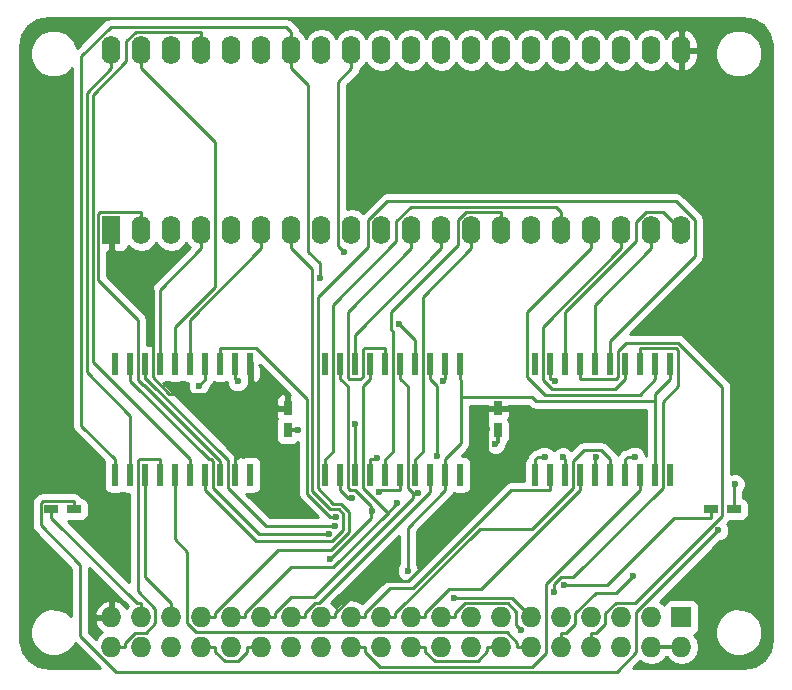
<source format=gbr>
G04 #@! TF.FileFunction,Copper,L1,Top,Signal*
%FSLAX46Y46*%
G04 Gerber Fmt 4.6, Leading zero omitted, Abs format (unit mm)*
G04 Created by KiCad (PCBNEW 4.0.7) date 03/28/18 09:23:34*
%MOMM*%
%LPD*%
G01*
G04 APERTURE LIST*
%ADD10C,0.100000*%
%ADD11R,1.727200X1.727200*%
%ADD12O,1.727200X1.727200*%
%ADD13R,1.600000X2.400000*%
%ADD14O,1.600000X2.400000*%
%ADD15R,0.750000X1.200000*%
%ADD16R,1.200000X0.750000*%
%ADD17R,0.600000X1.950000*%
%ADD18C,0.600000*%
%ADD19C,0.250000*%
%ADD20C,0.350000*%
%ADD21C,0.254000*%
G04 APERTURE END LIST*
D10*
D11*
X190818000Y-113284000D03*
D12*
X190818000Y-115824000D03*
X188278000Y-113284000D03*
X188278000Y-115824000D03*
X185738000Y-113284000D03*
X185738000Y-115824000D03*
X183198000Y-113284000D03*
X183198000Y-115824000D03*
X180658000Y-113284000D03*
X180658000Y-115824000D03*
X178118000Y-113284000D03*
X178118000Y-115824000D03*
X175578000Y-113284000D03*
X175578000Y-115824000D03*
X173038000Y-113284000D03*
X173038000Y-115824000D03*
X170498000Y-113284000D03*
X170498000Y-115824000D03*
X167958000Y-113284000D03*
X167958000Y-115824000D03*
X165418000Y-113284000D03*
X165418000Y-115824000D03*
X162878000Y-113284000D03*
X162878000Y-115824000D03*
X160338000Y-113284000D03*
X160338000Y-115824000D03*
X157798000Y-113284000D03*
X157798000Y-115824000D03*
X155258000Y-113284000D03*
X155258000Y-115824000D03*
X152718000Y-113284000D03*
X152718000Y-115824000D03*
X150178000Y-113284000D03*
X150178000Y-115824000D03*
X147638000Y-113284000D03*
X147638000Y-115824000D03*
X145098000Y-113284000D03*
X145098000Y-115824000D03*
X142558000Y-113284000D03*
X142558000Y-115824000D03*
D13*
X142558000Y-80518000D03*
D14*
X190818000Y-65278000D03*
X145098000Y-80518000D03*
X188278000Y-65278000D03*
X147638000Y-80518000D03*
X185738000Y-65278000D03*
X150178000Y-80518000D03*
X183198000Y-65278000D03*
X152718000Y-80518000D03*
X180658000Y-65278000D03*
X155258000Y-80518000D03*
X178118000Y-65278000D03*
X157798000Y-80518000D03*
X175578000Y-65278000D03*
X160338000Y-80518000D03*
X173038000Y-65278000D03*
X162878000Y-80518000D03*
X170498000Y-65278000D03*
X165418000Y-80518000D03*
X167958000Y-65278000D03*
X167958000Y-80518000D03*
X165418000Y-65278000D03*
X170498000Y-80518000D03*
X162878000Y-65278000D03*
X173038000Y-80518000D03*
X160338000Y-65278000D03*
X175578000Y-80518000D03*
X157798000Y-65278000D03*
X178118000Y-80518000D03*
X155258000Y-65278000D03*
X180658000Y-80518000D03*
X152718000Y-65278000D03*
X183198000Y-80518000D03*
X150178000Y-65278000D03*
X185738000Y-80518000D03*
X147638000Y-65278000D03*
X188278000Y-80518000D03*
X145098000Y-65278000D03*
X190818000Y-80518000D03*
X142558000Y-65278000D03*
D15*
X157480000Y-97470000D03*
X157480000Y-95570000D03*
X175260000Y-97470000D03*
X175260000Y-95570000D03*
D16*
X137480000Y-104140000D03*
X139380000Y-104140000D03*
X193360000Y-104140000D03*
X195260000Y-104140000D03*
D17*
X189865000Y-91820000D03*
X188595000Y-91820000D03*
X187325000Y-91820000D03*
X186055000Y-91820000D03*
X184785000Y-91820000D03*
X183515000Y-91820000D03*
X182245000Y-91820000D03*
X180975000Y-91820000D03*
X179705000Y-91820000D03*
X178435000Y-91820000D03*
X178435000Y-101220000D03*
X179705000Y-101220000D03*
X180975000Y-101220000D03*
X182245000Y-101220000D03*
X183515000Y-101220000D03*
X184785000Y-101220000D03*
X186055000Y-101220000D03*
X187325000Y-101220000D03*
X188595000Y-101220000D03*
X189865000Y-101220000D03*
X154305000Y-91820000D03*
X153035000Y-91820000D03*
X151765000Y-91820000D03*
X150495000Y-91820000D03*
X149225000Y-91820000D03*
X147955000Y-91820000D03*
X146685000Y-91820000D03*
X145415000Y-91820000D03*
X144145000Y-91820000D03*
X142875000Y-91820000D03*
X142875000Y-101220000D03*
X144145000Y-101220000D03*
X145415000Y-101220000D03*
X146685000Y-101220000D03*
X147955000Y-101220000D03*
X149225000Y-101220000D03*
X150495000Y-101220000D03*
X151765000Y-101220000D03*
X153035000Y-101220000D03*
X154305000Y-101220000D03*
X172085000Y-91820000D03*
X170815000Y-91820000D03*
X169545000Y-91820000D03*
X168275000Y-91820000D03*
X167005000Y-91820000D03*
X165735000Y-91820000D03*
X164465000Y-91820000D03*
X163195000Y-91820000D03*
X161925000Y-91820000D03*
X160655000Y-91820000D03*
X160655000Y-101220000D03*
X161925000Y-101220000D03*
X163195000Y-101220000D03*
X164465000Y-101220000D03*
X165735000Y-101220000D03*
X167005000Y-101220000D03*
X168275000Y-101220000D03*
X169545000Y-101220000D03*
X170815000Y-101220000D03*
X172085000Y-101220000D03*
D18*
X171330500Y-106456400D03*
X174383900Y-97346200D03*
X153241200Y-93309000D03*
X149938800Y-93665500D03*
X161472300Y-105585000D03*
X171597800Y-111643300D03*
X160205900Y-84525200D03*
X160976200Y-106220900D03*
X161581400Y-104784600D03*
X175072100Y-98594800D03*
X158372400Y-97470000D03*
X162212900Y-82356100D03*
X161060200Y-108365900D03*
X164604800Y-104266700D03*
X166742900Y-103638700D03*
X168510700Y-102776500D03*
X170139300Y-99607200D03*
X162922400Y-103173900D03*
X165082200Y-99837800D03*
X165179300Y-102710300D03*
X163181200Y-96911600D03*
X166895000Y-88471400D03*
X170610600Y-93299900D03*
X167644400Y-109346500D03*
X186863400Y-99700200D03*
X183559000Y-99737100D03*
X180774300Y-99719000D03*
X179243400Y-99704700D03*
X180094200Y-93324100D03*
X186683300Y-109802900D03*
X180909200Y-110541600D03*
X180056200Y-111116400D03*
X193938000Y-105932800D03*
X195356300Y-101998500D03*
X177262900Y-114364300D03*
D19*
X174389100Y-116184200D02*
X174389100Y-115824000D01*
X173560400Y-117012900D02*
X174389100Y-116184200D01*
X169960400Y-117012900D02*
X173560400Y-117012900D01*
X169146900Y-116199400D02*
X169960400Y-117012900D01*
X169146900Y-115824000D02*
X169146900Y-116199400D01*
X167958000Y-115824000D02*
X169146900Y-115824000D01*
X175578000Y-115824000D02*
X174389100Y-115824000D01*
X175260000Y-95570000D02*
X174559700Y-95570000D01*
X160338000Y-113284000D02*
X161526900Y-113284000D01*
X151366900Y-116195600D02*
X151366900Y-115824000D01*
X152184200Y-117012900D02*
X151366900Y-116195600D01*
X153251700Y-117012900D02*
X152184200Y-117012900D01*
X154069100Y-116195500D02*
X153251700Y-117012900D01*
X154069100Y-115824000D02*
X154069100Y-116195500D01*
X155258000Y-115824000D02*
X154069100Y-115824000D01*
X150178000Y-115824000D02*
X151366900Y-115824000D01*
X157480000Y-95570000D02*
X156779700Y-95570000D01*
X154305000Y-91820000D02*
X154305000Y-93120300D01*
X153035000Y-99314700D02*
X156779700Y-95570000D01*
X153035000Y-101220000D02*
X153035000Y-99314700D01*
X142558000Y-80518000D02*
X142558000Y-82043300D01*
X146059600Y-85544900D02*
X142558000Y-82043300D01*
X146059600Y-92944300D02*
X146059600Y-85544900D01*
X147455700Y-94340400D02*
X146059600Y-92944300D01*
X154305000Y-94340400D02*
X147455700Y-94340400D01*
X154305000Y-93120300D02*
X154305000Y-94340400D01*
X155534600Y-95570000D02*
X156779700Y-95570000D01*
X154305000Y-94340400D02*
X155534600Y-95570000D01*
X174383900Y-103403000D02*
X174383900Y-97346200D01*
X171330500Y-106456400D02*
X174383900Y-103403000D01*
X174383900Y-95745800D02*
X174559700Y-95570000D01*
X174383900Y-97346200D02*
X174383900Y-95745800D01*
X171330500Y-106578700D02*
X171330500Y-106456400D01*
X167710200Y-110199000D02*
X171330500Y-106578700D01*
X164240200Y-110199000D02*
X167710200Y-110199000D01*
X161526900Y-112912300D02*
X164240200Y-110199000D01*
X161526900Y-113284000D02*
X161526900Y-112912300D01*
X153035000Y-91820000D02*
X153035000Y-93120300D01*
X153052500Y-93120300D02*
X153241200Y-93309000D01*
X153035000Y-93120300D02*
X153052500Y-93120300D01*
X150484000Y-93120300D02*
X149938800Y-93665500D01*
X150495000Y-93120300D02*
X150484000Y-93120300D01*
X150495000Y-91820000D02*
X150495000Y-93120300D01*
X151335400Y-73040700D02*
X145098000Y-66803300D01*
X151335400Y-85329000D02*
X151335400Y-73040700D01*
X147955000Y-88709400D02*
X151335400Y-85329000D01*
X147955000Y-91820000D02*
X147955000Y-88709400D01*
X145098000Y-65278000D02*
X145098000Y-66803300D01*
X176477300Y-111643300D02*
X178118000Y-113284000D01*
X171597800Y-111643300D02*
X176477300Y-111643300D01*
X145415000Y-91820000D02*
X145415000Y-93120300D01*
X155649000Y-105585000D02*
X161472300Y-105585000D01*
X152390400Y-102326400D02*
X155649000Y-105585000D01*
X152390400Y-99982900D02*
X152390400Y-102326400D01*
X145527800Y-93120300D02*
X152390400Y-99982900D01*
X145415000Y-93120300D02*
X145527800Y-93120300D01*
X150495000Y-101220000D02*
X150495000Y-102520300D01*
X157798000Y-80518000D02*
X157798000Y-82043300D01*
X154822500Y-106847800D02*
X150495000Y-102520300D01*
X161233900Y-106847800D02*
X154822500Y-106847800D01*
X162206700Y-105875000D02*
X161233900Y-106847800D01*
X162206700Y-104525500D02*
X162206700Y-105875000D01*
X161840500Y-104159300D02*
X162206700Y-104525500D01*
X161098400Y-104159300D02*
X161840500Y-104159300D01*
X159564600Y-102625500D02*
X161098400Y-104159300D01*
X159564600Y-83809900D02*
X159564600Y-102625500D01*
X157798000Y-82043300D02*
X159564600Y-83809900D01*
X176929100Y-115426000D02*
X176929100Y-115824000D01*
X176057100Y-114554000D02*
X176929100Y-115426000D01*
X149736000Y-114554000D02*
X176057100Y-114554000D01*
X148989000Y-113807000D02*
X149736000Y-114554000D01*
X148989000Y-107724000D02*
X148989000Y-113807000D01*
X147955000Y-106690000D02*
X148989000Y-107724000D01*
X147955000Y-101220000D02*
X147955000Y-106690000D01*
X178118000Y-115824000D02*
X176929100Y-115824000D01*
X147638000Y-113284000D02*
X147638000Y-112095100D01*
X145415000Y-109872100D02*
X145415000Y-101220000D01*
X147638000Y-112095100D02*
X145415000Y-109872100D01*
X159212700Y-68218000D02*
X157798000Y-66803300D01*
X159212700Y-82328000D02*
X159212700Y-68218000D01*
X160205900Y-83321200D02*
X159212700Y-82328000D01*
X160205900Y-84525200D02*
X160205900Y-83321200D01*
X157798000Y-65278000D02*
X157798000Y-66803300D01*
X157341900Y-63296600D02*
X157798000Y-63752700D01*
X142497900Y-63296600D02*
X157341900Y-63296600D01*
X140014400Y-65780100D02*
X142497900Y-63296600D01*
X140014400Y-97059100D02*
X140014400Y-65780100D01*
X142875000Y-99919700D02*
X140014400Y-97059100D01*
X142875000Y-101220000D02*
X142875000Y-99919700D01*
X157798000Y-65278000D02*
X157798000Y-63752700D01*
X144145000Y-91820000D02*
X144145000Y-93120300D01*
X144145000Y-93252200D02*
X144145000Y-93120300D01*
X150779600Y-99886800D02*
X144145000Y-93252200D01*
X150950100Y-99886800D02*
X150779600Y-99886800D01*
X151120400Y-100057100D02*
X150950100Y-99886800D01*
X151120400Y-102312600D02*
X151120400Y-100057100D01*
X155028700Y-106220900D02*
X151120400Y-102312600D01*
X160976200Y-106220900D02*
X155028700Y-106220900D01*
X146685000Y-85536300D02*
X150178000Y-82043300D01*
X146685000Y-91820000D02*
X146685000Y-85536300D01*
X150178000Y-80518000D02*
X150178000Y-82043300D01*
X149225000Y-88076300D02*
X155258000Y-82043300D01*
X149225000Y-91820000D02*
X149225000Y-88076300D01*
X155258000Y-80518000D02*
X155258000Y-82043300D01*
X151765000Y-91820000D02*
X151765000Y-90519700D01*
X154786200Y-90519700D02*
X151765000Y-90519700D01*
X159109500Y-94843000D02*
X154786200Y-90519700D01*
X159109500Y-102837100D02*
X159109500Y-94843000D01*
X161057000Y-104784600D02*
X159109500Y-102837100D01*
X161581400Y-104784600D02*
X161057000Y-104784600D01*
X142558000Y-65278000D02*
X142558000Y-66803300D01*
X140464800Y-68896500D02*
X142558000Y-66803300D01*
X140464800Y-92527100D02*
X140464800Y-68896500D01*
X144145000Y-96207300D02*
X140464800Y-92527100D01*
X144145000Y-101220000D02*
X144145000Y-96207300D01*
X143746900Y-115452400D02*
X143746900Y-115824000D01*
X144564200Y-114635100D02*
X143746900Y-115452400D01*
X145450200Y-114635100D02*
X144564200Y-114635100D01*
X146287000Y-113798300D02*
X145450200Y-114635100D01*
X146287000Y-112545600D02*
X146287000Y-113798300D01*
X144789600Y-111048200D02*
X146287000Y-112545600D01*
X144789600Y-100054900D02*
X144789600Y-111048200D01*
X144924800Y-99919700D02*
X144789600Y-100054900D01*
X146685000Y-99919700D02*
X144924800Y-99919700D01*
X146685000Y-101220000D02*
X146685000Y-99919700D01*
X142558000Y-115824000D02*
X143746900Y-115824000D01*
X149225000Y-101220000D02*
X149225000Y-99919700D01*
X150178000Y-65278000D02*
X150178000Y-63752700D01*
X144599200Y-63752700D02*
X150178000Y-63752700D01*
X143828000Y-64523900D02*
X144599200Y-63752700D01*
X143828000Y-66208200D02*
X143828000Y-64523900D01*
X140965900Y-69070300D02*
X143828000Y-66208200D01*
X140965900Y-91660600D02*
X140965900Y-69070300D01*
X149225000Y-99919700D02*
X140965900Y-91660600D01*
X145098000Y-80518000D02*
X145098000Y-78992700D01*
X141586300Y-78992700D02*
X145098000Y-78992700D01*
X141432600Y-79146400D02*
X141586300Y-78992700D01*
X141432600Y-84719600D02*
X141432600Y-79146400D01*
X144789600Y-88076600D02*
X141432600Y-84719600D01*
X144789600Y-93174700D02*
X144789600Y-88076600D01*
X145211000Y-93596100D02*
X144789600Y-93174700D01*
X145338800Y-93596100D02*
X145211000Y-93596100D01*
X151765000Y-100022300D02*
X145338800Y-93596100D01*
X151765000Y-101220000D02*
X151765000Y-100022300D01*
D20*
X188278000Y-115824000D02*
X190818000Y-115824000D01*
X175221600Y-98445300D02*
X175072100Y-98594800D01*
X175260000Y-98445300D02*
X175221600Y-98445300D01*
X175260000Y-97470000D02*
X175260000Y-98445300D01*
X157480000Y-97470000D02*
X158230300Y-97470000D01*
X158230300Y-97470000D02*
X158372400Y-97470000D01*
D19*
X162878000Y-65278000D02*
X162878000Y-66803300D01*
X161744600Y-81887800D02*
X162212900Y-82356100D01*
X161744600Y-67936700D02*
X161744600Y-81887800D01*
X162878000Y-66803300D02*
X161744600Y-67936700D01*
X161925000Y-91820000D02*
X161925000Y-93120300D01*
X164537400Y-104266700D02*
X164604800Y-104266700D01*
X164537400Y-103904500D02*
X164537400Y-104266700D01*
X163181500Y-102548600D02*
X164537400Y-103904500D01*
X162734000Y-102548600D02*
X163181500Y-102548600D01*
X162550300Y-102364900D02*
X162734000Y-102548600D01*
X162550300Y-93745600D02*
X162550300Y-102364900D01*
X161925000Y-93120300D02*
X162550300Y-93745600D01*
X164537400Y-104888700D02*
X161060200Y-108365900D01*
X164537400Y-104266700D02*
X164537400Y-104888700D01*
X164465000Y-91820000D02*
X164465000Y-93120300D01*
X152718000Y-113284000D02*
X153906900Y-113284000D01*
X163839700Y-93745600D02*
X164465000Y-93120300D01*
X163839700Y-102337800D02*
X163839700Y-93745600D01*
X165938600Y-104436600D02*
X163839700Y-102337800D01*
X166516200Y-103859000D02*
X165938600Y-104436600D01*
X166522600Y-103859000D02*
X166516200Y-103859000D01*
X166742900Y-103638700D02*
X166522600Y-103859000D01*
X153906900Y-112912400D02*
X153906900Y-113284000D01*
X157774000Y-109045300D02*
X153906900Y-112912400D01*
X161329900Y-109045300D02*
X157774000Y-109045300D01*
X165938600Y-104436600D02*
X161329900Y-109045300D01*
X167005000Y-91820000D02*
X167005000Y-93120300D01*
X155258000Y-113284000D02*
X156446900Y-113284000D01*
X156446900Y-112912500D02*
X156446900Y-113284000D01*
X157765300Y-111594100D02*
X156446900Y-112912500D01*
X159672100Y-111594100D02*
X157765300Y-111594100D01*
X168096400Y-103169800D02*
X159672100Y-111594100D01*
X168096400Y-102776500D02*
X168096400Y-103169800D01*
X167630300Y-102310400D02*
X168096400Y-102776500D01*
X167630300Y-93745600D02*
X167630300Y-102310400D01*
X167005000Y-93120300D02*
X167630300Y-93745600D01*
X168096400Y-102776500D02*
X168510700Y-102776500D01*
X169545000Y-91820000D02*
X169545000Y-93120300D01*
X170139300Y-93714600D02*
X170139300Y-99607200D01*
X169545000Y-93120300D02*
X170139300Y-93714600D01*
X162578600Y-103173900D02*
X162922400Y-103173900D01*
X161925000Y-102520300D02*
X162578600Y-103173900D01*
X161925000Y-101220000D02*
X161925000Y-102520300D01*
X164465000Y-101220000D02*
X164465000Y-99919700D01*
X165000300Y-99919700D02*
X165082200Y-99837800D01*
X164465000Y-99919700D02*
X165000300Y-99919700D01*
X167005000Y-101220000D02*
X167005000Y-102520300D01*
X165369300Y-102520300D02*
X165179300Y-102710300D01*
X167005000Y-102520300D02*
X165369300Y-102520300D01*
X158986900Y-112924500D02*
X158986900Y-113284000D01*
X159816300Y-112095100D02*
X158986900Y-112924500D01*
X160092900Y-112095100D02*
X159816300Y-112095100D01*
X169545000Y-102643000D02*
X160092900Y-112095100D01*
X169545000Y-101220000D02*
X169545000Y-102643000D01*
X157798000Y-113284000D02*
X158986900Y-113284000D01*
X180178500Y-78513200D02*
X180658000Y-78992700D01*
X167950300Y-78513200D02*
X180178500Y-78513200D01*
X166688000Y-79775500D02*
X167950300Y-78513200D01*
X166688000Y-81448200D02*
X166688000Y-79775500D01*
X161280300Y-86855900D02*
X166688000Y-81448200D01*
X161280300Y-99294400D02*
X161280300Y-86855900D01*
X160655000Y-99919700D02*
X161280300Y-99294400D01*
X160655000Y-101220000D02*
X160655000Y-99919700D01*
X180658000Y-80518000D02*
X180658000Y-78992700D01*
X163181200Y-99905900D02*
X163181200Y-96911600D01*
X163195000Y-99919700D02*
X163181200Y-99905900D01*
X163195000Y-101220000D02*
X163195000Y-99919700D01*
X165735000Y-101220000D02*
X165735000Y-99919700D01*
X175578000Y-80518000D02*
X175578000Y-78992700D01*
X166360300Y-99294400D02*
X165735000Y-99919700D01*
X166360300Y-89077700D02*
X166360300Y-99294400D01*
X166269700Y-88987100D02*
X166360300Y-89077700D01*
X166269700Y-87441000D02*
X166269700Y-88987100D01*
X171908200Y-81802500D02*
X166269700Y-87441000D01*
X171908200Y-79650900D02*
X171908200Y-81802500D01*
X172566400Y-78992700D02*
X171908200Y-79650900D01*
X175578000Y-78992700D02*
X172566400Y-78992700D01*
X168900300Y-86181000D02*
X173038000Y-82043300D01*
X168900300Y-99294400D02*
X168900300Y-86181000D01*
X168275000Y-99919700D02*
X168900300Y-99294400D01*
X168275000Y-101220000D02*
X168275000Y-99919700D01*
X173038000Y-80518000D02*
X173038000Y-82043300D01*
X170498000Y-80518000D02*
X170498000Y-82043300D01*
X163195000Y-89346300D02*
X170498000Y-82043300D01*
X163195000Y-91820000D02*
X163195000Y-89346300D01*
X162569600Y-87431700D02*
X167958000Y-82043300D01*
X162569600Y-92994000D02*
X162569600Y-87431700D01*
X162703600Y-93128000D02*
X162569600Y-92994000D01*
X163641600Y-93128000D02*
X162703600Y-93128000D01*
X163820400Y-92949200D02*
X163641600Y-93128000D01*
X163820400Y-90651400D02*
X163820400Y-92949200D01*
X163952100Y-90519700D02*
X163820400Y-90651400D01*
X165735000Y-90519700D02*
X163952100Y-90519700D01*
X165735000Y-91820000D02*
X165735000Y-90519700D01*
X167958000Y-80518000D02*
X167958000Y-82043300D01*
X168275000Y-91820000D02*
X168275000Y-90519700D01*
X168275000Y-89851400D02*
X166895000Y-88471400D01*
X168275000Y-90519700D02*
X168275000Y-89851400D01*
X170815000Y-91820000D02*
X170815000Y-93120300D01*
X170635400Y-93299900D02*
X170610600Y-93299900D01*
X170815000Y-93120300D02*
X170635400Y-93299900D01*
X188595000Y-101220000D02*
X188595000Y-99919700D01*
X189865000Y-91820000D02*
X189865000Y-93120300D01*
X172085000Y-91820000D02*
X172085000Y-93120300D01*
X172168600Y-98566100D02*
X172168600Y-94606500D01*
X170815000Y-99919700D02*
X172168600Y-98566100D01*
X172168600Y-93203900D02*
X172085000Y-93120300D01*
X172168600Y-94606500D02*
X172168600Y-93203900D01*
X178478700Y-94956900D02*
X188595000Y-94956900D01*
X178128300Y-94606500D02*
X178478700Y-94956900D01*
X172168600Y-94606500D02*
X178128300Y-94606500D01*
X188595000Y-99919700D02*
X188595000Y-94956900D01*
X188595000Y-94390300D02*
X189865000Y-93120300D01*
X188595000Y-94956900D02*
X188595000Y-94390300D01*
X170815000Y-100569800D02*
X170815000Y-99919700D01*
X170815000Y-100569800D02*
X170815000Y-101220000D01*
X167644400Y-105690900D02*
X167644400Y-109346500D01*
X170815000Y-102520300D02*
X167644400Y-105690900D01*
X170815000Y-101220000D02*
X170815000Y-102520300D01*
X186055000Y-101220000D02*
X186055000Y-99919700D01*
X186274500Y-99700200D02*
X186863400Y-99700200D01*
X186055000Y-99919700D02*
X186274500Y-99700200D01*
X183515000Y-99781100D02*
X183559000Y-99737100D01*
X183515000Y-101220000D02*
X183515000Y-99781100D01*
X180975000Y-101220000D02*
X180975000Y-99919700D01*
X180975000Y-99919700D02*
X180774300Y-99719000D01*
X178435000Y-101220000D02*
X178435000Y-99919700D01*
X178650000Y-99704700D02*
X179243400Y-99704700D01*
X178435000Y-99919700D02*
X178650000Y-99704700D01*
X177773600Y-87467700D02*
X183198000Y-82043300D01*
X177773600Y-92933600D02*
X177773600Y-87467700D01*
X179283200Y-94443200D02*
X177773600Y-92933600D01*
X187272100Y-94443200D02*
X179283200Y-94443200D01*
X188595000Y-93120300D02*
X187272100Y-94443200D01*
X188595000Y-91820000D02*
X188595000Y-93120300D01*
X183198000Y-80518000D02*
X183198000Y-82043300D01*
X186055000Y-91820000D02*
X186055000Y-93120300D01*
X185738000Y-80518000D02*
X185738000Y-82043300D01*
X179060400Y-88720900D02*
X185738000Y-82043300D01*
X179060400Y-93174900D02*
X179060400Y-88720900D01*
X179863700Y-93978200D02*
X179060400Y-93174900D01*
X185197100Y-93978200D02*
X179863700Y-93978200D01*
X186055000Y-93120300D02*
X185197100Y-93978200D01*
X183515000Y-86806300D02*
X188278000Y-82043300D01*
X183515000Y-91820000D02*
X183515000Y-86806300D01*
X188278000Y-80518000D02*
X188278000Y-82043300D01*
X189274900Y-78974900D02*
X190818000Y-80518000D01*
X187829300Y-78974900D02*
X189274900Y-78974900D01*
X187008000Y-79796200D02*
X187829300Y-78974900D01*
X187008000Y-81448200D02*
X187008000Y-79796200D01*
X180975000Y-87481200D02*
X187008000Y-81448200D01*
X180975000Y-91820000D02*
X180975000Y-87481200D01*
X182245000Y-91820000D02*
X182245000Y-93120300D01*
X183198000Y-115824000D02*
X183198000Y-114635100D01*
X183569600Y-114635100D02*
X183198000Y-114635100D01*
X184386900Y-113817800D02*
X183569600Y-114635100D01*
X184386900Y-112943500D02*
X184386900Y-113817800D01*
X185293200Y-112037200D02*
X184386900Y-112943500D01*
X186895700Y-112037200D02*
X185293200Y-112037200D01*
X193796700Y-105136200D02*
X186895700Y-112037200D01*
X193859800Y-105136200D02*
X193796700Y-105136200D01*
X194287700Y-104708300D02*
X193859800Y-105136200D01*
X194287700Y-93806100D02*
X194287700Y-104708300D01*
X190514100Y-90032500D02*
X194287700Y-93806100D01*
X186084500Y-90032500D02*
X190514100Y-90032500D01*
X185410400Y-90706600D02*
X186084500Y-90032500D01*
X185410400Y-92971900D02*
X185410400Y-90706600D01*
X185262000Y-93120300D02*
X185410400Y-92971900D01*
X182245000Y-93120300D02*
X185262000Y-93120300D01*
X181029600Y-114635100D02*
X180658000Y-114635100D01*
X181846900Y-113817800D02*
X181029600Y-114635100D01*
X181846900Y-112939000D02*
X181846900Y-113817800D01*
X183574800Y-111211100D02*
X181846900Y-112939000D01*
X185275100Y-111211100D02*
X183574800Y-111211100D01*
X186683300Y-109802900D02*
X185275100Y-111211100D01*
X180658000Y-115824000D02*
X180658000Y-114635100D01*
X179890400Y-93120300D02*
X180094200Y-93324100D01*
X179705000Y-93120300D02*
X179890400Y-93120300D01*
X179705000Y-91820000D02*
X179705000Y-93120300D01*
X193360000Y-104140000D02*
X193360000Y-104840300D01*
X184492700Y-110541600D02*
X180909200Y-110541600D01*
X190194000Y-104840300D02*
X184492700Y-110541600D01*
X193360000Y-104840300D02*
X190194000Y-104840300D01*
X169146900Y-112912500D02*
X169146900Y-113284000D01*
X171154900Y-110904500D02*
X169146900Y-112912500D01*
X173860800Y-110904500D02*
X171154900Y-110904500D01*
X182245000Y-102520300D02*
X173860800Y-110904500D01*
X182245000Y-101220000D02*
X182245000Y-102520300D01*
X167958000Y-113284000D02*
X169146900Y-113284000D01*
X184785000Y-101220000D02*
X184785000Y-99919700D01*
X165418000Y-113284000D02*
X166606900Y-113284000D01*
X183974600Y-99109300D02*
X184785000Y-99919700D01*
X182593800Y-99109300D02*
X183974600Y-99109300D01*
X181619600Y-100083500D02*
X182593800Y-99109300D01*
X181619600Y-102329800D02*
X181619600Y-100083500D01*
X178157800Y-105791600D02*
X181619600Y-102329800D01*
X173768900Y-105791600D02*
X178157800Y-105791600D01*
X166606900Y-112953600D02*
X173768900Y-105791600D01*
X166606900Y-113284000D02*
X166606900Y-112953600D01*
X179705000Y-101220000D02*
X179705000Y-102520300D01*
X162878000Y-113284000D02*
X164066900Y-113284000D01*
X176392700Y-102520300D02*
X179705000Y-102520300D01*
X168090100Y-110822900D02*
X176392700Y-102520300D01*
X166156400Y-110822900D02*
X168090100Y-110822900D01*
X164066900Y-112912400D02*
X166156400Y-110822900D01*
X164066900Y-113284000D02*
X164066900Y-112912400D01*
X164066900Y-116195500D02*
X164066900Y-115824000D01*
X165338300Y-117466900D02*
X164066900Y-116195500D01*
X178202200Y-117466900D02*
X165338300Y-117466900D01*
X179388000Y-116281100D02*
X178202200Y-117466900D01*
X179388000Y-110457300D02*
X179388000Y-116281100D01*
X187325000Y-102520300D02*
X179388000Y-110457300D01*
X187325000Y-101220000D02*
X187325000Y-102520300D01*
X162878000Y-115824000D02*
X164066900Y-115824000D01*
X187325000Y-91820000D02*
X187325000Y-90519700D01*
X190356300Y-90519700D02*
X187325000Y-90519700D01*
X190513400Y-90676800D02*
X190356300Y-90519700D01*
X190513400Y-93745700D02*
X190513400Y-90676800D01*
X189239600Y-95019500D02*
X190513400Y-93745700D01*
X189239600Y-102329700D02*
X189239600Y-95019500D01*
X181653000Y-109916300D02*
X189239600Y-102329700D01*
X180650200Y-109916300D02*
X181653000Y-109916300D01*
X180056200Y-110510300D02*
X180650200Y-109916300D01*
X180056200Y-111116400D02*
X180056200Y-110510300D01*
X150178000Y-113284000D02*
X151366900Y-113284000D01*
X151366900Y-112912500D02*
X151366900Y-113284000D01*
X156682800Y-107596600D02*
X151366900Y-112912500D01*
X161122000Y-107596600D02*
X156682800Y-107596600D01*
X162657000Y-106061600D02*
X161122000Y-107596600D01*
X162657000Y-104338900D02*
X162657000Y-106061600D01*
X162027100Y-103709000D02*
X162657000Y-104338900D01*
X161350200Y-103709000D02*
X162027100Y-103709000D01*
X160015000Y-102373800D02*
X161350200Y-103709000D01*
X160015000Y-86176300D02*
X160015000Y-102373800D01*
X164281300Y-81910000D02*
X160015000Y-86176300D01*
X164281300Y-79646500D02*
X164281300Y-81910000D01*
X165894000Y-78033800D02*
X164281300Y-79646500D01*
X190347400Y-78033800D02*
X165894000Y-78033800D01*
X191981500Y-79667900D02*
X190347400Y-78033800D01*
X191981500Y-82658600D02*
X191981500Y-79667900D01*
X184785000Y-89855100D02*
X191981500Y-82658600D01*
X184785000Y-91820000D02*
X184785000Y-89855100D01*
X144734800Y-112095100D02*
X145098000Y-112095100D01*
X137480000Y-104840300D02*
X144734800Y-112095100D01*
X137480000Y-104140000D02*
X137480000Y-104840300D01*
X145098000Y-113284000D02*
X145098000Y-112095100D01*
X139380000Y-104140000D02*
X139380000Y-103439700D01*
X187008000Y-112862800D02*
X193938000Y-105932800D01*
X187008000Y-116255200D02*
X187008000Y-112862800D01*
X185336500Y-117926700D02*
X187008000Y-116255200D01*
X142967600Y-117926700D02*
X185336500Y-117926700D01*
X139936700Y-114895800D02*
X142967600Y-117926700D01*
X139936700Y-108859000D02*
X139936700Y-114895800D01*
X136554600Y-105476900D02*
X139936700Y-108859000D01*
X136554600Y-103614700D02*
X136554600Y-105476900D01*
X136729600Y-103439700D02*
X136554600Y-103614700D01*
X139380000Y-103439700D02*
X136729600Y-103439700D01*
X195260000Y-102094800D02*
X195260000Y-104140000D01*
X195356300Y-101998500D02*
X195260000Y-102094800D01*
X171686900Y-112935600D02*
X171686900Y-113284000D01*
X172528800Y-112093700D02*
X171686900Y-112935600D01*
X176128500Y-112093700D02*
X172528800Y-112093700D01*
X176848000Y-112813200D02*
X176128500Y-112093700D01*
X176848000Y-113949400D02*
X176848000Y-112813200D01*
X177262900Y-114364300D02*
X176848000Y-113949400D01*
X170498000Y-113284000D02*
X171686900Y-113284000D01*
D21*
G36*
X196959685Y-62683408D02*
X197724218Y-63171530D01*
X198243763Y-63915077D01*
X198452968Y-64863163D01*
X198452968Y-115142289D01*
X198280822Y-116112979D01*
X197792699Y-116877514D01*
X197049153Y-117397056D01*
X196101066Y-117606262D01*
X186731740Y-117606262D01*
X187342203Y-116995799D01*
X187704511Y-117237885D01*
X188278000Y-117351959D01*
X188851489Y-117237885D01*
X189337670Y-116913029D01*
X189524111Y-116634000D01*
X189571889Y-116634000D01*
X189758330Y-116913029D01*
X190244511Y-117237885D01*
X190818000Y-117351959D01*
X191391489Y-117237885D01*
X191877670Y-116913029D01*
X192202526Y-116426848D01*
X192316600Y-115853359D01*
X192316600Y-115794641D01*
X192202526Y-115221152D01*
X192022725Y-114952060D01*
X193657652Y-114952060D01*
X193963012Y-115691086D01*
X194527940Y-116257001D01*
X195266432Y-116563650D01*
X196066060Y-116564348D01*
X196805086Y-116258988D01*
X197371001Y-115694060D01*
X197677650Y-114955568D01*
X197678348Y-114155940D01*
X197372988Y-113416914D01*
X196808060Y-112850999D01*
X196069568Y-112544350D01*
X195269940Y-112543652D01*
X194530914Y-112849012D01*
X193964999Y-113413940D01*
X193658350Y-114152432D01*
X193657652Y-114952060D01*
X192022725Y-114952060D01*
X191891426Y-114755558D01*
X191916917Y-114750762D01*
X192133041Y-114611690D01*
X192278031Y-114399490D01*
X192329040Y-114147600D01*
X192329040Y-112420400D01*
X192284762Y-112185083D01*
X192145690Y-111968959D01*
X191933490Y-111823969D01*
X191681600Y-111772960D01*
X189954400Y-111772960D01*
X189719083Y-111817238D01*
X189502959Y-111956310D01*
X189357969Y-112168510D01*
X189349136Y-112212131D01*
X189337670Y-112194971D01*
X188985766Y-111959836D01*
X194077680Y-106867922D01*
X194123167Y-106867962D01*
X194466943Y-106725917D01*
X194730192Y-106463127D01*
X194872838Y-106119599D01*
X194873162Y-105747633D01*
X194731117Y-105403857D01*
X194699059Y-105371743D01*
X194825101Y-105245701D01*
X194880734Y-105162440D01*
X195860000Y-105162440D01*
X196095317Y-105118162D01*
X196311441Y-104979090D01*
X196456431Y-104766890D01*
X196507440Y-104515000D01*
X196507440Y-103765000D01*
X196463162Y-103529683D01*
X196324090Y-103313559D01*
X196111890Y-103168569D01*
X196020000Y-103149961D01*
X196020000Y-102657095D01*
X196148492Y-102528827D01*
X196291138Y-102185299D01*
X196291462Y-101813333D01*
X196149417Y-101469557D01*
X195886627Y-101206308D01*
X195543099Y-101063662D01*
X195171133Y-101063338D01*
X195047700Y-101114339D01*
X195047700Y-93806100D01*
X195025322Y-93693600D01*
X194989848Y-93515260D01*
X194825101Y-93268699D01*
X191051501Y-89495099D01*
X190804939Y-89330352D01*
X190514100Y-89272500D01*
X186442402Y-89272500D01*
X192518901Y-83196001D01*
X192683648Y-82949439D01*
X192741500Y-82658600D01*
X192741500Y-79667900D01*
X192683648Y-79377061D01*
X192683648Y-79377060D01*
X192518901Y-79130499D01*
X190884801Y-77496399D01*
X190638239Y-77331652D01*
X190347400Y-77273800D01*
X165894000Y-77273800D01*
X165603160Y-77331652D01*
X165356599Y-77496399D01*
X163828525Y-79024473D01*
X163427151Y-78756283D01*
X162878000Y-78647050D01*
X162504600Y-78721324D01*
X162504600Y-68251502D01*
X163415401Y-67340701D01*
X163580148Y-67094139D01*
X163616085Y-66913475D01*
X163892698Y-66728648D01*
X164148000Y-66346562D01*
X164403302Y-66728648D01*
X164868849Y-67039717D01*
X165418000Y-67148950D01*
X165967151Y-67039717D01*
X166432698Y-66728648D01*
X166688000Y-66346562D01*
X166943302Y-66728648D01*
X167408849Y-67039717D01*
X167958000Y-67148950D01*
X168507151Y-67039717D01*
X168972698Y-66728648D01*
X169228000Y-66346562D01*
X169483302Y-66728648D01*
X169948849Y-67039717D01*
X170498000Y-67148950D01*
X171047151Y-67039717D01*
X171512698Y-66728648D01*
X171768000Y-66346562D01*
X172023302Y-66728648D01*
X172488849Y-67039717D01*
X173038000Y-67148950D01*
X173587151Y-67039717D01*
X174052698Y-66728648D01*
X174308000Y-66346562D01*
X174563302Y-66728648D01*
X175028849Y-67039717D01*
X175578000Y-67148950D01*
X176127151Y-67039717D01*
X176592698Y-66728648D01*
X176848000Y-66346562D01*
X177103302Y-66728648D01*
X177568849Y-67039717D01*
X178118000Y-67148950D01*
X178667151Y-67039717D01*
X179132698Y-66728648D01*
X179388000Y-66346562D01*
X179643302Y-66728648D01*
X180108849Y-67039717D01*
X180658000Y-67148950D01*
X181207151Y-67039717D01*
X181672698Y-66728648D01*
X181928000Y-66346562D01*
X182183302Y-66728648D01*
X182648849Y-67039717D01*
X183198000Y-67148950D01*
X183747151Y-67039717D01*
X184212698Y-66728648D01*
X184468000Y-66346562D01*
X184723302Y-66728648D01*
X185188849Y-67039717D01*
X185738000Y-67148950D01*
X186287151Y-67039717D01*
X186752698Y-66728648D01*
X187008000Y-66346562D01*
X187263302Y-66728648D01*
X187728849Y-67039717D01*
X188278000Y-67148950D01*
X188827151Y-67039717D01*
X189292698Y-66728648D01*
X189545507Y-66350293D01*
X189893104Y-66782500D01*
X190386181Y-67052367D01*
X190468961Y-67069904D01*
X190691000Y-66947915D01*
X190691000Y-65405000D01*
X190945000Y-65405000D01*
X190945000Y-66947915D01*
X191167039Y-67069904D01*
X191249819Y-67052367D01*
X191742896Y-66782500D01*
X192095166Y-66344483D01*
X192209975Y-65952060D01*
X193657652Y-65952060D01*
X193963012Y-66691086D01*
X194527940Y-67257001D01*
X195266432Y-67563650D01*
X196066060Y-67564348D01*
X196805086Y-67258988D01*
X197371001Y-66694060D01*
X197677650Y-65955568D01*
X197678348Y-65155940D01*
X197372988Y-64416914D01*
X196808060Y-63850999D01*
X196069568Y-63544350D01*
X195269940Y-63543652D01*
X194530914Y-63849012D01*
X193964999Y-64413940D01*
X193658350Y-65152432D01*
X193657652Y-65952060D01*
X192209975Y-65952060D01*
X192253000Y-65805000D01*
X192253000Y-65405000D01*
X190945000Y-65405000D01*
X190691000Y-65405000D01*
X190671000Y-65405000D01*
X190671000Y-65151000D01*
X190691000Y-65151000D01*
X190691000Y-63608085D01*
X190945000Y-63608085D01*
X190945000Y-65151000D01*
X192253000Y-65151000D01*
X192253000Y-64751000D01*
X192095166Y-64211517D01*
X191742896Y-63773500D01*
X191249819Y-63503633D01*
X191167039Y-63486096D01*
X190945000Y-63608085D01*
X190691000Y-63608085D01*
X190468961Y-63486096D01*
X190386181Y-63503633D01*
X189893104Y-63773500D01*
X189545507Y-64205707D01*
X189292698Y-63827352D01*
X188827151Y-63516283D01*
X188278000Y-63407050D01*
X187728849Y-63516283D01*
X187263302Y-63827352D01*
X187008000Y-64209438D01*
X186752698Y-63827352D01*
X186287151Y-63516283D01*
X185738000Y-63407050D01*
X185188849Y-63516283D01*
X184723302Y-63827352D01*
X184468000Y-64209438D01*
X184212698Y-63827352D01*
X183747151Y-63516283D01*
X183198000Y-63407050D01*
X182648849Y-63516283D01*
X182183302Y-63827352D01*
X181928000Y-64209438D01*
X181672698Y-63827352D01*
X181207151Y-63516283D01*
X180658000Y-63407050D01*
X180108849Y-63516283D01*
X179643302Y-63827352D01*
X179388000Y-64209438D01*
X179132698Y-63827352D01*
X178667151Y-63516283D01*
X178118000Y-63407050D01*
X177568849Y-63516283D01*
X177103302Y-63827352D01*
X176848000Y-64209438D01*
X176592698Y-63827352D01*
X176127151Y-63516283D01*
X175578000Y-63407050D01*
X175028849Y-63516283D01*
X174563302Y-63827352D01*
X174308000Y-64209438D01*
X174052698Y-63827352D01*
X173587151Y-63516283D01*
X173038000Y-63407050D01*
X172488849Y-63516283D01*
X172023302Y-63827352D01*
X171768000Y-64209438D01*
X171512698Y-63827352D01*
X171047151Y-63516283D01*
X170498000Y-63407050D01*
X169948849Y-63516283D01*
X169483302Y-63827352D01*
X169228000Y-64209438D01*
X168972698Y-63827352D01*
X168507151Y-63516283D01*
X167958000Y-63407050D01*
X167408849Y-63516283D01*
X166943302Y-63827352D01*
X166688000Y-64209438D01*
X166432698Y-63827352D01*
X165967151Y-63516283D01*
X165418000Y-63407050D01*
X164868849Y-63516283D01*
X164403302Y-63827352D01*
X164148000Y-64209438D01*
X163892698Y-63827352D01*
X163427151Y-63516283D01*
X162878000Y-63407050D01*
X162328849Y-63516283D01*
X161863302Y-63827352D01*
X161608000Y-64209438D01*
X161352698Y-63827352D01*
X160887151Y-63516283D01*
X160338000Y-63407050D01*
X159788849Y-63516283D01*
X159323302Y-63827352D01*
X159068000Y-64209438D01*
X158812698Y-63827352D01*
X158536085Y-63642525D01*
X158500148Y-63461861D01*
X158335401Y-63215299D01*
X157879301Y-62759199D01*
X157632739Y-62594452D01*
X157341900Y-62536600D01*
X142497900Y-62536600D01*
X142207060Y-62594452D01*
X141960499Y-62759199D01*
X139644844Y-65074854D01*
X139372988Y-64416914D01*
X138808060Y-63850999D01*
X138069568Y-63544350D01*
X137269940Y-63543652D01*
X136530914Y-63849012D01*
X135964999Y-64413940D01*
X135658350Y-65152432D01*
X135657652Y-65952060D01*
X135963012Y-66691086D01*
X136527940Y-67257001D01*
X137266432Y-67563650D01*
X138066060Y-67564348D01*
X138805086Y-67258988D01*
X139254400Y-66810458D01*
X139254400Y-97059100D01*
X139312252Y-97349939D01*
X139476999Y-97596501D01*
X141960893Y-100080395D01*
X141927560Y-100245000D01*
X141927560Y-102195000D01*
X141971838Y-102430317D01*
X142110910Y-102646441D01*
X142323110Y-102791431D01*
X142575000Y-102842440D01*
X143175000Y-102842440D01*
X143410317Y-102798162D01*
X143509528Y-102734322D01*
X143593110Y-102791431D01*
X143845000Y-102842440D01*
X144029600Y-102842440D01*
X144029600Y-110315098D01*
X138876942Y-105162440D01*
X139980000Y-105162440D01*
X140215317Y-105118162D01*
X140431441Y-104979090D01*
X140576431Y-104766890D01*
X140627440Y-104515000D01*
X140627440Y-103765000D01*
X140583162Y-103529683D01*
X140444090Y-103313559D01*
X140231890Y-103168569D01*
X140073945Y-103136584D01*
X139917401Y-102902299D01*
X139670839Y-102737552D01*
X139380000Y-102679700D01*
X136729600Y-102679700D01*
X136438760Y-102737552D01*
X136192199Y-102902299D01*
X136017199Y-103077299D01*
X135852452Y-103323861D01*
X135794600Y-103614700D01*
X135794600Y-105476900D01*
X135852452Y-105767739D01*
X136017199Y-106014301D01*
X139176700Y-109173802D01*
X139176700Y-113220283D01*
X138808060Y-112850999D01*
X138069568Y-112544350D01*
X137269940Y-112543652D01*
X136530914Y-112849012D01*
X135964999Y-113413940D01*
X135658350Y-114152432D01*
X135657652Y-114952060D01*
X135963012Y-115691086D01*
X136527940Y-116257001D01*
X137266432Y-116563650D01*
X138066060Y-116564348D01*
X138805086Y-116258988D01*
X139371001Y-115694060D01*
X139455841Y-115489743D01*
X141572360Y-117606262D01*
X137312941Y-117606262D01*
X136342251Y-117434116D01*
X135577716Y-116945993D01*
X135058174Y-116202447D01*
X134848968Y-115254360D01*
X134848968Y-64975235D01*
X135021114Y-64004545D01*
X135509236Y-63240012D01*
X136252783Y-62720467D01*
X137200869Y-62511262D01*
X195988995Y-62511262D01*
X196959685Y-62683408D01*
X196959685Y-62683408D01*
G37*
X196959685Y-62683408D02*
X197724218Y-63171530D01*
X198243763Y-63915077D01*
X198452968Y-64863163D01*
X198452968Y-115142289D01*
X198280822Y-116112979D01*
X197792699Y-116877514D01*
X197049153Y-117397056D01*
X196101066Y-117606262D01*
X186731740Y-117606262D01*
X187342203Y-116995799D01*
X187704511Y-117237885D01*
X188278000Y-117351959D01*
X188851489Y-117237885D01*
X189337670Y-116913029D01*
X189524111Y-116634000D01*
X189571889Y-116634000D01*
X189758330Y-116913029D01*
X190244511Y-117237885D01*
X190818000Y-117351959D01*
X191391489Y-117237885D01*
X191877670Y-116913029D01*
X192202526Y-116426848D01*
X192316600Y-115853359D01*
X192316600Y-115794641D01*
X192202526Y-115221152D01*
X192022725Y-114952060D01*
X193657652Y-114952060D01*
X193963012Y-115691086D01*
X194527940Y-116257001D01*
X195266432Y-116563650D01*
X196066060Y-116564348D01*
X196805086Y-116258988D01*
X197371001Y-115694060D01*
X197677650Y-114955568D01*
X197678348Y-114155940D01*
X197372988Y-113416914D01*
X196808060Y-112850999D01*
X196069568Y-112544350D01*
X195269940Y-112543652D01*
X194530914Y-112849012D01*
X193964999Y-113413940D01*
X193658350Y-114152432D01*
X193657652Y-114952060D01*
X192022725Y-114952060D01*
X191891426Y-114755558D01*
X191916917Y-114750762D01*
X192133041Y-114611690D01*
X192278031Y-114399490D01*
X192329040Y-114147600D01*
X192329040Y-112420400D01*
X192284762Y-112185083D01*
X192145690Y-111968959D01*
X191933490Y-111823969D01*
X191681600Y-111772960D01*
X189954400Y-111772960D01*
X189719083Y-111817238D01*
X189502959Y-111956310D01*
X189357969Y-112168510D01*
X189349136Y-112212131D01*
X189337670Y-112194971D01*
X188985766Y-111959836D01*
X194077680Y-106867922D01*
X194123167Y-106867962D01*
X194466943Y-106725917D01*
X194730192Y-106463127D01*
X194872838Y-106119599D01*
X194873162Y-105747633D01*
X194731117Y-105403857D01*
X194699059Y-105371743D01*
X194825101Y-105245701D01*
X194880734Y-105162440D01*
X195860000Y-105162440D01*
X196095317Y-105118162D01*
X196311441Y-104979090D01*
X196456431Y-104766890D01*
X196507440Y-104515000D01*
X196507440Y-103765000D01*
X196463162Y-103529683D01*
X196324090Y-103313559D01*
X196111890Y-103168569D01*
X196020000Y-103149961D01*
X196020000Y-102657095D01*
X196148492Y-102528827D01*
X196291138Y-102185299D01*
X196291462Y-101813333D01*
X196149417Y-101469557D01*
X195886627Y-101206308D01*
X195543099Y-101063662D01*
X195171133Y-101063338D01*
X195047700Y-101114339D01*
X195047700Y-93806100D01*
X195025322Y-93693600D01*
X194989848Y-93515260D01*
X194825101Y-93268699D01*
X191051501Y-89495099D01*
X190804939Y-89330352D01*
X190514100Y-89272500D01*
X186442402Y-89272500D01*
X192518901Y-83196001D01*
X192683648Y-82949439D01*
X192741500Y-82658600D01*
X192741500Y-79667900D01*
X192683648Y-79377061D01*
X192683648Y-79377060D01*
X192518901Y-79130499D01*
X190884801Y-77496399D01*
X190638239Y-77331652D01*
X190347400Y-77273800D01*
X165894000Y-77273800D01*
X165603160Y-77331652D01*
X165356599Y-77496399D01*
X163828525Y-79024473D01*
X163427151Y-78756283D01*
X162878000Y-78647050D01*
X162504600Y-78721324D01*
X162504600Y-68251502D01*
X163415401Y-67340701D01*
X163580148Y-67094139D01*
X163616085Y-66913475D01*
X163892698Y-66728648D01*
X164148000Y-66346562D01*
X164403302Y-66728648D01*
X164868849Y-67039717D01*
X165418000Y-67148950D01*
X165967151Y-67039717D01*
X166432698Y-66728648D01*
X166688000Y-66346562D01*
X166943302Y-66728648D01*
X167408849Y-67039717D01*
X167958000Y-67148950D01*
X168507151Y-67039717D01*
X168972698Y-66728648D01*
X169228000Y-66346562D01*
X169483302Y-66728648D01*
X169948849Y-67039717D01*
X170498000Y-67148950D01*
X171047151Y-67039717D01*
X171512698Y-66728648D01*
X171768000Y-66346562D01*
X172023302Y-66728648D01*
X172488849Y-67039717D01*
X173038000Y-67148950D01*
X173587151Y-67039717D01*
X174052698Y-66728648D01*
X174308000Y-66346562D01*
X174563302Y-66728648D01*
X175028849Y-67039717D01*
X175578000Y-67148950D01*
X176127151Y-67039717D01*
X176592698Y-66728648D01*
X176848000Y-66346562D01*
X177103302Y-66728648D01*
X177568849Y-67039717D01*
X178118000Y-67148950D01*
X178667151Y-67039717D01*
X179132698Y-66728648D01*
X179388000Y-66346562D01*
X179643302Y-66728648D01*
X180108849Y-67039717D01*
X180658000Y-67148950D01*
X181207151Y-67039717D01*
X181672698Y-66728648D01*
X181928000Y-66346562D01*
X182183302Y-66728648D01*
X182648849Y-67039717D01*
X183198000Y-67148950D01*
X183747151Y-67039717D01*
X184212698Y-66728648D01*
X184468000Y-66346562D01*
X184723302Y-66728648D01*
X185188849Y-67039717D01*
X185738000Y-67148950D01*
X186287151Y-67039717D01*
X186752698Y-66728648D01*
X187008000Y-66346562D01*
X187263302Y-66728648D01*
X187728849Y-67039717D01*
X188278000Y-67148950D01*
X188827151Y-67039717D01*
X189292698Y-66728648D01*
X189545507Y-66350293D01*
X189893104Y-66782500D01*
X190386181Y-67052367D01*
X190468961Y-67069904D01*
X190691000Y-66947915D01*
X190691000Y-65405000D01*
X190945000Y-65405000D01*
X190945000Y-66947915D01*
X191167039Y-67069904D01*
X191249819Y-67052367D01*
X191742896Y-66782500D01*
X192095166Y-66344483D01*
X192209975Y-65952060D01*
X193657652Y-65952060D01*
X193963012Y-66691086D01*
X194527940Y-67257001D01*
X195266432Y-67563650D01*
X196066060Y-67564348D01*
X196805086Y-67258988D01*
X197371001Y-66694060D01*
X197677650Y-65955568D01*
X197678348Y-65155940D01*
X197372988Y-64416914D01*
X196808060Y-63850999D01*
X196069568Y-63544350D01*
X195269940Y-63543652D01*
X194530914Y-63849012D01*
X193964999Y-64413940D01*
X193658350Y-65152432D01*
X193657652Y-65952060D01*
X192209975Y-65952060D01*
X192253000Y-65805000D01*
X192253000Y-65405000D01*
X190945000Y-65405000D01*
X190691000Y-65405000D01*
X190671000Y-65405000D01*
X190671000Y-65151000D01*
X190691000Y-65151000D01*
X190691000Y-63608085D01*
X190945000Y-63608085D01*
X190945000Y-65151000D01*
X192253000Y-65151000D01*
X192253000Y-64751000D01*
X192095166Y-64211517D01*
X191742896Y-63773500D01*
X191249819Y-63503633D01*
X191167039Y-63486096D01*
X190945000Y-63608085D01*
X190691000Y-63608085D01*
X190468961Y-63486096D01*
X190386181Y-63503633D01*
X189893104Y-63773500D01*
X189545507Y-64205707D01*
X189292698Y-63827352D01*
X188827151Y-63516283D01*
X188278000Y-63407050D01*
X187728849Y-63516283D01*
X187263302Y-63827352D01*
X187008000Y-64209438D01*
X186752698Y-63827352D01*
X186287151Y-63516283D01*
X185738000Y-63407050D01*
X185188849Y-63516283D01*
X184723302Y-63827352D01*
X184468000Y-64209438D01*
X184212698Y-63827352D01*
X183747151Y-63516283D01*
X183198000Y-63407050D01*
X182648849Y-63516283D01*
X182183302Y-63827352D01*
X181928000Y-64209438D01*
X181672698Y-63827352D01*
X181207151Y-63516283D01*
X180658000Y-63407050D01*
X180108849Y-63516283D01*
X179643302Y-63827352D01*
X179388000Y-64209438D01*
X179132698Y-63827352D01*
X178667151Y-63516283D01*
X178118000Y-63407050D01*
X177568849Y-63516283D01*
X177103302Y-63827352D01*
X176848000Y-64209438D01*
X176592698Y-63827352D01*
X176127151Y-63516283D01*
X175578000Y-63407050D01*
X175028849Y-63516283D01*
X174563302Y-63827352D01*
X174308000Y-64209438D01*
X174052698Y-63827352D01*
X173587151Y-63516283D01*
X173038000Y-63407050D01*
X172488849Y-63516283D01*
X172023302Y-63827352D01*
X171768000Y-64209438D01*
X171512698Y-63827352D01*
X171047151Y-63516283D01*
X170498000Y-63407050D01*
X169948849Y-63516283D01*
X169483302Y-63827352D01*
X169228000Y-64209438D01*
X168972698Y-63827352D01*
X168507151Y-63516283D01*
X167958000Y-63407050D01*
X167408849Y-63516283D01*
X166943302Y-63827352D01*
X166688000Y-64209438D01*
X166432698Y-63827352D01*
X165967151Y-63516283D01*
X165418000Y-63407050D01*
X164868849Y-63516283D01*
X164403302Y-63827352D01*
X164148000Y-64209438D01*
X163892698Y-63827352D01*
X163427151Y-63516283D01*
X162878000Y-63407050D01*
X162328849Y-63516283D01*
X161863302Y-63827352D01*
X161608000Y-64209438D01*
X161352698Y-63827352D01*
X160887151Y-63516283D01*
X160338000Y-63407050D01*
X159788849Y-63516283D01*
X159323302Y-63827352D01*
X159068000Y-64209438D01*
X158812698Y-63827352D01*
X158536085Y-63642525D01*
X158500148Y-63461861D01*
X158335401Y-63215299D01*
X157879301Y-62759199D01*
X157632739Y-62594452D01*
X157341900Y-62536600D01*
X142497900Y-62536600D01*
X142207060Y-62594452D01*
X141960499Y-62759199D01*
X139644844Y-65074854D01*
X139372988Y-64416914D01*
X138808060Y-63850999D01*
X138069568Y-63544350D01*
X137269940Y-63543652D01*
X136530914Y-63849012D01*
X135964999Y-64413940D01*
X135658350Y-65152432D01*
X135657652Y-65952060D01*
X135963012Y-66691086D01*
X136527940Y-67257001D01*
X137266432Y-67563650D01*
X138066060Y-67564348D01*
X138805086Y-67258988D01*
X139254400Y-66810458D01*
X139254400Y-97059100D01*
X139312252Y-97349939D01*
X139476999Y-97596501D01*
X141960893Y-100080395D01*
X141927560Y-100245000D01*
X141927560Y-102195000D01*
X141971838Y-102430317D01*
X142110910Y-102646441D01*
X142323110Y-102791431D01*
X142575000Y-102842440D01*
X143175000Y-102842440D01*
X143410317Y-102798162D01*
X143509528Y-102734322D01*
X143593110Y-102791431D01*
X143845000Y-102842440D01*
X144029600Y-102842440D01*
X144029600Y-110315098D01*
X138876942Y-105162440D01*
X139980000Y-105162440D01*
X140215317Y-105118162D01*
X140431441Y-104979090D01*
X140576431Y-104766890D01*
X140627440Y-104515000D01*
X140627440Y-103765000D01*
X140583162Y-103529683D01*
X140444090Y-103313559D01*
X140231890Y-103168569D01*
X140073945Y-103136584D01*
X139917401Y-102902299D01*
X139670839Y-102737552D01*
X139380000Y-102679700D01*
X136729600Y-102679700D01*
X136438760Y-102737552D01*
X136192199Y-102902299D01*
X136017199Y-103077299D01*
X135852452Y-103323861D01*
X135794600Y-103614700D01*
X135794600Y-105476900D01*
X135852452Y-105767739D01*
X136017199Y-106014301D01*
X139176700Y-109173802D01*
X139176700Y-113220283D01*
X138808060Y-112850999D01*
X138069568Y-112544350D01*
X137269940Y-112543652D01*
X136530914Y-112849012D01*
X135964999Y-113413940D01*
X135658350Y-114152432D01*
X135657652Y-114952060D01*
X135963012Y-115691086D01*
X136527940Y-116257001D01*
X137266432Y-116563650D01*
X138066060Y-116564348D01*
X138805086Y-116258988D01*
X139371001Y-115694060D01*
X139455841Y-115489743D01*
X141572360Y-117606262D01*
X137312941Y-117606262D01*
X136342251Y-117434116D01*
X135577716Y-116945993D01*
X135058174Y-116202447D01*
X134848968Y-115254360D01*
X134848968Y-64975235D01*
X135021114Y-64004545D01*
X135509236Y-63240012D01*
X136252783Y-62720467D01*
X137200869Y-62511262D01*
X195988995Y-62511262D01*
X196959685Y-62683408D01*
G36*
X150305000Y-115697000D02*
X150325000Y-115697000D01*
X150325000Y-115951000D01*
X150305000Y-115951000D01*
X150305000Y-115971000D01*
X150051000Y-115971000D01*
X150051000Y-115951000D01*
X150031000Y-115951000D01*
X150031000Y-115697000D01*
X150051000Y-115697000D01*
X150051000Y-115677000D01*
X150305000Y-115677000D01*
X150305000Y-115697000D01*
X150305000Y-115697000D01*
G37*
X150305000Y-115697000D02*
X150325000Y-115697000D01*
X150325000Y-115951000D01*
X150305000Y-115951000D01*
X150305000Y-115971000D01*
X150051000Y-115971000D01*
X150051000Y-115951000D01*
X150031000Y-115951000D01*
X150031000Y-115697000D01*
X150051000Y-115697000D01*
X150051000Y-115677000D01*
X150305000Y-115677000D01*
X150305000Y-115697000D01*
G36*
X155385000Y-115697000D02*
X155405000Y-115697000D01*
X155405000Y-115951000D01*
X155385000Y-115951000D01*
X155385000Y-115971000D01*
X155131000Y-115971000D01*
X155131000Y-115951000D01*
X155111000Y-115951000D01*
X155111000Y-115697000D01*
X155131000Y-115697000D01*
X155131000Y-115677000D01*
X155385000Y-115677000D01*
X155385000Y-115697000D01*
X155385000Y-115697000D01*
G37*
X155385000Y-115697000D02*
X155405000Y-115697000D01*
X155405000Y-115951000D01*
X155385000Y-115951000D01*
X155385000Y-115971000D01*
X155131000Y-115971000D01*
X155131000Y-115951000D01*
X155111000Y-115951000D01*
X155111000Y-115697000D01*
X155131000Y-115697000D01*
X155131000Y-115677000D01*
X155385000Y-115677000D01*
X155385000Y-115697000D01*
G36*
X168085000Y-115697000D02*
X168105000Y-115697000D01*
X168105000Y-115951000D01*
X168085000Y-115951000D01*
X168085000Y-115971000D01*
X167831000Y-115971000D01*
X167831000Y-115951000D01*
X167811000Y-115951000D01*
X167811000Y-115697000D01*
X167831000Y-115697000D01*
X167831000Y-115677000D01*
X168085000Y-115677000D01*
X168085000Y-115697000D01*
X168085000Y-115697000D01*
G37*
X168085000Y-115697000D02*
X168105000Y-115697000D01*
X168105000Y-115951000D01*
X168085000Y-115951000D01*
X168085000Y-115971000D01*
X167831000Y-115971000D01*
X167831000Y-115951000D01*
X167811000Y-115951000D01*
X167811000Y-115697000D01*
X167831000Y-115697000D01*
X167831000Y-115677000D01*
X168085000Y-115677000D01*
X168085000Y-115697000D01*
G36*
X175705000Y-115697000D02*
X175725000Y-115697000D01*
X175725000Y-115951000D01*
X175705000Y-115951000D01*
X175705000Y-115971000D01*
X175451000Y-115971000D01*
X175451000Y-115951000D01*
X175431000Y-115951000D01*
X175431000Y-115697000D01*
X175451000Y-115697000D01*
X175451000Y-115677000D01*
X175705000Y-115677000D01*
X175705000Y-115697000D01*
X175705000Y-115697000D01*
G37*
X175705000Y-115697000D02*
X175725000Y-115697000D01*
X175725000Y-115951000D01*
X175705000Y-115951000D01*
X175705000Y-115971000D01*
X175451000Y-115971000D01*
X175451000Y-115951000D01*
X175431000Y-115951000D01*
X175431000Y-115697000D01*
X175451000Y-115697000D01*
X175451000Y-115677000D01*
X175705000Y-115677000D01*
X175705000Y-115697000D01*
G36*
X185865000Y-115697000D02*
X185885000Y-115697000D01*
X185885000Y-115951000D01*
X185865000Y-115951000D01*
X185865000Y-115971000D01*
X185611000Y-115971000D01*
X185611000Y-115951000D01*
X185591000Y-115951000D01*
X185591000Y-115697000D01*
X185611000Y-115697000D01*
X185611000Y-115677000D01*
X185865000Y-115677000D01*
X185865000Y-115697000D01*
X185865000Y-115697000D01*
G37*
X185865000Y-115697000D02*
X185885000Y-115697000D01*
X185885000Y-115951000D01*
X185865000Y-115951000D01*
X185865000Y-115971000D01*
X185611000Y-115971000D01*
X185611000Y-115951000D01*
X185591000Y-115951000D01*
X185591000Y-115697000D01*
X185611000Y-115697000D01*
X185611000Y-115677000D01*
X185865000Y-115677000D01*
X185865000Y-115697000D01*
G36*
X143926794Y-112361896D02*
X143822336Y-112518228D01*
X143764821Y-112395510D01*
X143332947Y-112001312D01*
X142917026Y-111829042D01*
X142685000Y-111950183D01*
X142685000Y-113157000D01*
X142705000Y-113157000D01*
X142705000Y-113411000D01*
X142685000Y-113411000D01*
X142685000Y-113431000D01*
X142431000Y-113431000D01*
X142431000Y-113411000D01*
X141223531Y-113411000D01*
X141103032Y-113643027D01*
X141351179Y-114172490D01*
X141769161Y-114554008D01*
X141498330Y-114734971D01*
X141238915Y-115123213D01*
X140696700Y-114580998D01*
X140696700Y-112924973D01*
X141103032Y-112924973D01*
X141223531Y-113157000D01*
X142431000Y-113157000D01*
X142431000Y-111950183D01*
X142198974Y-111829042D01*
X141783053Y-112001312D01*
X141351179Y-112395510D01*
X141103032Y-112924973D01*
X140696700Y-112924973D01*
X140696700Y-109131802D01*
X143926794Y-112361896D01*
X143926794Y-112361896D01*
G37*
X143926794Y-112361896D02*
X143822336Y-112518228D01*
X143764821Y-112395510D01*
X143332947Y-112001312D01*
X142917026Y-111829042D01*
X142685000Y-111950183D01*
X142685000Y-113157000D01*
X142705000Y-113157000D01*
X142705000Y-113411000D01*
X142685000Y-113411000D01*
X142685000Y-113431000D01*
X142431000Y-113431000D01*
X142431000Y-113411000D01*
X141223531Y-113411000D01*
X141103032Y-113643027D01*
X141351179Y-114172490D01*
X141769161Y-114554008D01*
X141498330Y-114734971D01*
X141238915Y-115123213D01*
X140696700Y-114580998D01*
X140696700Y-112924973D01*
X141103032Y-112924973D01*
X141223531Y-113157000D01*
X142431000Y-113157000D01*
X142431000Y-111950183D01*
X142198974Y-111829042D01*
X141783053Y-112001312D01*
X141351179Y-112395510D01*
X141103032Y-112924973D01*
X140696700Y-112924973D01*
X140696700Y-109131802D01*
X143926794Y-112361896D01*
G36*
X160465000Y-113157000D02*
X160485000Y-113157000D01*
X160485000Y-113411000D01*
X160465000Y-113411000D01*
X160465000Y-113431000D01*
X160211000Y-113431000D01*
X160211000Y-113411000D01*
X160191000Y-113411000D01*
X160191000Y-113157000D01*
X160211000Y-113157000D01*
X160211000Y-113137000D01*
X160465000Y-113137000D01*
X160465000Y-113157000D01*
X160465000Y-113157000D01*
G37*
X160465000Y-113157000D02*
X160485000Y-113157000D01*
X160485000Y-113411000D01*
X160465000Y-113411000D01*
X160465000Y-113431000D01*
X160211000Y-113431000D01*
X160211000Y-113411000D01*
X160191000Y-113411000D01*
X160191000Y-113157000D01*
X160211000Y-113157000D01*
X160211000Y-113137000D01*
X160465000Y-113137000D01*
X160465000Y-113157000D01*
G36*
X180785000Y-113157000D02*
X180805000Y-113157000D01*
X180805000Y-113411000D01*
X180785000Y-113411000D01*
X180785000Y-113431000D01*
X180531000Y-113431000D01*
X180531000Y-113411000D01*
X180511000Y-113411000D01*
X180511000Y-113157000D01*
X180531000Y-113157000D01*
X180531000Y-113137000D01*
X180785000Y-113137000D01*
X180785000Y-113157000D01*
X180785000Y-113157000D01*
G37*
X180785000Y-113157000D02*
X180805000Y-113157000D01*
X180805000Y-113411000D01*
X180785000Y-113411000D01*
X180785000Y-113431000D01*
X180531000Y-113431000D01*
X180531000Y-113411000D01*
X180511000Y-113411000D01*
X180511000Y-113157000D01*
X180531000Y-113157000D01*
X180531000Y-113137000D01*
X180785000Y-113137000D01*
X180785000Y-113157000D01*
G36*
X166884400Y-108784037D02*
X166852208Y-108816173D01*
X166709562Y-109159701D01*
X166709238Y-109531667D01*
X166851283Y-109875443D01*
X167038413Y-110062900D01*
X166156400Y-110062900D01*
X165865560Y-110120752D01*
X165618999Y-110285499D01*
X163800908Y-112103590D01*
X163451489Y-111870115D01*
X162878000Y-111756041D01*
X162304511Y-111870115D01*
X161818330Y-112194971D01*
X161602336Y-112518228D01*
X161544821Y-112395510D01*
X161190606Y-112072196D01*
X166884400Y-106378402D01*
X166884400Y-108784037D01*
X166884400Y-108784037D01*
G37*
X166884400Y-108784037D02*
X166852208Y-108816173D01*
X166709562Y-109159701D01*
X166709238Y-109531667D01*
X166851283Y-109875443D01*
X167038413Y-110062900D01*
X166156400Y-110062900D01*
X165865560Y-110120752D01*
X165618999Y-110285499D01*
X163800908Y-112103590D01*
X163451489Y-111870115D01*
X162878000Y-111756041D01*
X162304511Y-111870115D01*
X161818330Y-112194971D01*
X161602336Y-112518228D01*
X161544821Y-112395510D01*
X161190606Y-112072196D01*
X166884400Y-106378402D01*
X166884400Y-108784037D01*
G36*
X174408750Y-95443000D02*
X175133000Y-95443000D01*
X175133000Y-95423000D01*
X175387000Y-95423000D01*
X175387000Y-95443000D01*
X176111250Y-95443000D01*
X176187750Y-95366500D01*
X177813498Y-95366500D01*
X177941299Y-95494301D01*
X178187860Y-95659048D01*
X178236114Y-95668646D01*
X178478700Y-95716900D01*
X187835000Y-95716900D01*
X187835000Y-99640086D01*
X187798460Y-99632686D01*
X187798562Y-99515033D01*
X187656517Y-99171257D01*
X187393727Y-98908008D01*
X187050199Y-98765362D01*
X186678233Y-98765038D01*
X186334457Y-98907083D01*
X186301282Y-98940200D01*
X186274500Y-98940200D01*
X185983661Y-98998052D01*
X185737099Y-99162799D01*
X185517599Y-99382299D01*
X185420000Y-99528367D01*
X185322401Y-99382299D01*
X184512001Y-98571899D01*
X184265439Y-98407152D01*
X183974600Y-98349300D01*
X182593800Y-98349300D01*
X182302961Y-98407152D01*
X182056399Y-98571899D01*
X181502885Y-99125413D01*
X181304627Y-98926808D01*
X180961099Y-98784162D01*
X180589133Y-98783838D01*
X180245357Y-98925883D01*
X180015818Y-99155022D01*
X179773727Y-98912508D01*
X179430199Y-98769862D01*
X179058233Y-98769538D01*
X178714457Y-98911583D01*
X178681282Y-98944700D01*
X178650000Y-98944700D01*
X178359161Y-99002552D01*
X178112599Y-99167299D01*
X177897599Y-99382299D01*
X177732852Y-99628861D01*
X177705403Y-99766854D01*
X177683559Y-99780910D01*
X177538569Y-99993110D01*
X177487560Y-100245000D01*
X177487560Y-101760300D01*
X176392700Y-101760300D01*
X176101861Y-101818152D01*
X175855299Y-101982899D01*
X168579477Y-109258721D01*
X168579562Y-109161333D01*
X168437517Y-108817557D01*
X168404400Y-108784382D01*
X168404400Y-106005702D01*
X171352401Y-103057701D01*
X171517148Y-102811139D01*
X171522509Y-102784188D01*
X171533110Y-102791431D01*
X171785000Y-102842440D01*
X172385000Y-102842440D01*
X172620317Y-102798162D01*
X172836441Y-102659090D01*
X172981431Y-102446890D01*
X173032440Y-102195000D01*
X173032440Y-100245000D01*
X172988162Y-100009683D01*
X172849090Y-99793559D01*
X172636890Y-99648569D01*
X172385000Y-99597560D01*
X172211942Y-99597560D01*
X172706001Y-99103501D01*
X172870748Y-98856940D01*
X172886058Y-98779967D01*
X174136938Y-98779967D01*
X174278983Y-99123743D01*
X174541773Y-99386992D01*
X174885301Y-99529638D01*
X175257267Y-99529962D01*
X175601043Y-99387917D01*
X175864292Y-99125127D01*
X176006938Y-98781599D01*
X176006959Y-98757344D01*
X176008342Y-98755274D01*
X176047333Y-98559255D01*
X176086441Y-98534090D01*
X176231431Y-98321890D01*
X176282440Y-98070000D01*
X176282440Y-96870000D01*
X176238162Y-96634683D01*
X176171671Y-96531354D01*
X176173327Y-96529698D01*
X176270000Y-96296309D01*
X176270000Y-95855750D01*
X176111250Y-95697000D01*
X175387000Y-95697000D01*
X175387000Y-95717000D01*
X175133000Y-95717000D01*
X175133000Y-95697000D01*
X174408750Y-95697000D01*
X174250000Y-95855750D01*
X174250000Y-96296309D01*
X174346673Y-96529698D01*
X174348043Y-96531068D01*
X174288569Y-96618110D01*
X174237560Y-96870000D01*
X174237560Y-98070000D01*
X174250050Y-98136379D01*
X174137262Y-98408001D01*
X174136938Y-98779967D01*
X172886058Y-98779967D01*
X172890627Y-98756999D01*
X172928600Y-98566100D01*
X172928600Y-95366500D01*
X174332250Y-95366500D01*
X174408750Y-95443000D01*
X174408750Y-95443000D01*
G37*
X174408750Y-95443000D02*
X175133000Y-95443000D01*
X175133000Y-95423000D01*
X175387000Y-95423000D01*
X175387000Y-95443000D01*
X176111250Y-95443000D01*
X176187750Y-95366500D01*
X177813498Y-95366500D01*
X177941299Y-95494301D01*
X178187860Y-95659048D01*
X178236114Y-95668646D01*
X178478700Y-95716900D01*
X187835000Y-95716900D01*
X187835000Y-99640086D01*
X187798460Y-99632686D01*
X187798562Y-99515033D01*
X187656517Y-99171257D01*
X187393727Y-98908008D01*
X187050199Y-98765362D01*
X186678233Y-98765038D01*
X186334457Y-98907083D01*
X186301282Y-98940200D01*
X186274500Y-98940200D01*
X185983661Y-98998052D01*
X185737099Y-99162799D01*
X185517599Y-99382299D01*
X185420000Y-99528367D01*
X185322401Y-99382299D01*
X184512001Y-98571899D01*
X184265439Y-98407152D01*
X183974600Y-98349300D01*
X182593800Y-98349300D01*
X182302961Y-98407152D01*
X182056399Y-98571899D01*
X181502885Y-99125413D01*
X181304627Y-98926808D01*
X180961099Y-98784162D01*
X180589133Y-98783838D01*
X180245357Y-98925883D01*
X180015818Y-99155022D01*
X179773727Y-98912508D01*
X179430199Y-98769862D01*
X179058233Y-98769538D01*
X178714457Y-98911583D01*
X178681282Y-98944700D01*
X178650000Y-98944700D01*
X178359161Y-99002552D01*
X178112599Y-99167299D01*
X177897599Y-99382299D01*
X177732852Y-99628861D01*
X177705403Y-99766854D01*
X177683559Y-99780910D01*
X177538569Y-99993110D01*
X177487560Y-100245000D01*
X177487560Y-101760300D01*
X176392700Y-101760300D01*
X176101861Y-101818152D01*
X175855299Y-101982899D01*
X168579477Y-109258721D01*
X168579562Y-109161333D01*
X168437517Y-108817557D01*
X168404400Y-108784382D01*
X168404400Y-106005702D01*
X171352401Y-103057701D01*
X171517148Y-102811139D01*
X171522509Y-102784188D01*
X171533110Y-102791431D01*
X171785000Y-102842440D01*
X172385000Y-102842440D01*
X172620317Y-102798162D01*
X172836441Y-102659090D01*
X172981431Y-102446890D01*
X173032440Y-102195000D01*
X173032440Y-100245000D01*
X172988162Y-100009683D01*
X172849090Y-99793559D01*
X172636890Y-99648569D01*
X172385000Y-99597560D01*
X172211942Y-99597560D01*
X172706001Y-99103501D01*
X172870748Y-98856940D01*
X172886058Y-98779967D01*
X174136938Y-98779967D01*
X174278983Y-99123743D01*
X174541773Y-99386992D01*
X174885301Y-99529638D01*
X175257267Y-99529962D01*
X175601043Y-99387917D01*
X175864292Y-99125127D01*
X176006938Y-98781599D01*
X176006959Y-98757344D01*
X176008342Y-98755274D01*
X176047333Y-98559255D01*
X176086441Y-98534090D01*
X176231431Y-98321890D01*
X176282440Y-98070000D01*
X176282440Y-96870000D01*
X176238162Y-96634683D01*
X176171671Y-96531354D01*
X176173327Y-96529698D01*
X176270000Y-96296309D01*
X176270000Y-95855750D01*
X176111250Y-95697000D01*
X175387000Y-95697000D01*
X175387000Y-95717000D01*
X175133000Y-95717000D01*
X175133000Y-95697000D01*
X174408750Y-95697000D01*
X174250000Y-95855750D01*
X174250000Y-96296309D01*
X174346673Y-96529698D01*
X174348043Y-96531068D01*
X174288569Y-96618110D01*
X174237560Y-96870000D01*
X174237560Y-98070000D01*
X174250050Y-98136379D01*
X174137262Y-98408001D01*
X174136938Y-98779967D01*
X172886058Y-98779967D01*
X172890627Y-98756999D01*
X172928600Y-98566100D01*
X172928600Y-95366500D01*
X174332250Y-95366500D01*
X174408750Y-95443000D01*
G36*
X154432000Y-91693000D02*
X154452000Y-91693000D01*
X154452000Y-91947000D01*
X154432000Y-91947000D01*
X154432000Y-93271250D01*
X154590750Y-93430000D01*
X154731310Y-93430000D01*
X154964699Y-93333327D01*
X155143327Y-93154698D01*
X155240000Y-92921309D01*
X155240000Y-92105750D01*
X155081252Y-91947002D01*
X155138700Y-91947002D01*
X157646224Y-94454526D01*
X157607000Y-94493750D01*
X157607000Y-95443000D01*
X157627000Y-95443000D01*
X157627000Y-95697000D01*
X157607000Y-95697000D01*
X157607000Y-95717000D01*
X157353000Y-95717000D01*
X157353000Y-95697000D01*
X156628750Y-95697000D01*
X156470000Y-95855750D01*
X156470000Y-96296309D01*
X156566673Y-96529698D01*
X156568043Y-96531068D01*
X156508569Y-96618110D01*
X156457560Y-96870000D01*
X156457560Y-98070000D01*
X156501838Y-98305317D01*
X156640910Y-98521441D01*
X156853110Y-98666431D01*
X157105000Y-98717440D01*
X157855000Y-98717440D01*
X158090317Y-98673162D01*
X158306441Y-98534090D01*
X158349500Y-98471071D01*
X158349500Y-102837100D01*
X158407352Y-103127939D01*
X158572099Y-103374501D01*
X160022598Y-104825000D01*
X155963802Y-104825000D01*
X153975209Y-102836407D01*
X154005000Y-102842440D01*
X154605000Y-102842440D01*
X154840317Y-102798162D01*
X155056441Y-102659090D01*
X155201431Y-102446890D01*
X155252440Y-102195000D01*
X155252440Y-100245000D01*
X155208162Y-100009683D01*
X155069090Y-99793559D01*
X154856890Y-99648569D01*
X154605000Y-99597560D01*
X154005000Y-99597560D01*
X153769683Y-99641838D01*
X153679020Y-99700178D01*
X153461310Y-99610000D01*
X153320750Y-99610000D01*
X153162002Y-99768748D01*
X153162002Y-99610000D01*
X153037717Y-99610000D01*
X152927801Y-99445499D01*
X148325993Y-94843691D01*
X156470000Y-94843691D01*
X156470000Y-95284250D01*
X156628750Y-95443000D01*
X157353000Y-95443000D01*
X157353000Y-94493750D01*
X157194250Y-94335000D01*
X156978690Y-94335000D01*
X156745301Y-94431673D01*
X156566673Y-94610302D01*
X156470000Y-94843691D01*
X148325993Y-94843691D01*
X146924742Y-93442440D01*
X146985000Y-93442440D01*
X147220317Y-93398162D01*
X147319528Y-93334322D01*
X147403110Y-93391431D01*
X147655000Y-93442440D01*
X148255000Y-93442440D01*
X148490317Y-93398162D01*
X148589528Y-93334322D01*
X148673110Y-93391431D01*
X148925000Y-93442440D01*
X149019019Y-93442440D01*
X149003962Y-93478701D01*
X149003638Y-93850667D01*
X149145683Y-94194443D01*
X149408473Y-94457692D01*
X149752001Y-94600338D01*
X150123967Y-94600662D01*
X150467743Y-94458617D01*
X150730992Y-94195827D01*
X150873638Y-93852299D01*
X150873679Y-93805423D01*
X150999251Y-93679851D01*
X151032401Y-93657701D01*
X151197148Y-93411139D01*
X151202509Y-93384188D01*
X151213110Y-93391431D01*
X151465000Y-93442440D01*
X152065000Y-93442440D01*
X152300317Y-93398162D01*
X152306125Y-93394425D01*
X152306038Y-93494167D01*
X152448083Y-93837943D01*
X152710873Y-94101192D01*
X153054401Y-94243838D01*
X153426367Y-94244162D01*
X153770143Y-94102117D01*
X154033392Y-93839327D01*
X154176038Y-93495799D01*
X154176232Y-93273018D01*
X154178000Y-93271250D01*
X154178000Y-91947000D01*
X154158000Y-91947000D01*
X154158000Y-91693000D01*
X154178000Y-91693000D01*
X154178000Y-91673000D01*
X154432000Y-91673000D01*
X154432000Y-91693000D01*
X154432000Y-91693000D01*
G37*
X154432000Y-91693000D02*
X154452000Y-91693000D01*
X154452000Y-91947000D01*
X154432000Y-91947000D01*
X154432000Y-93271250D01*
X154590750Y-93430000D01*
X154731310Y-93430000D01*
X154964699Y-93333327D01*
X155143327Y-93154698D01*
X155240000Y-92921309D01*
X155240000Y-92105750D01*
X155081252Y-91947002D01*
X155138700Y-91947002D01*
X157646224Y-94454526D01*
X157607000Y-94493750D01*
X157607000Y-95443000D01*
X157627000Y-95443000D01*
X157627000Y-95697000D01*
X157607000Y-95697000D01*
X157607000Y-95717000D01*
X157353000Y-95717000D01*
X157353000Y-95697000D01*
X156628750Y-95697000D01*
X156470000Y-95855750D01*
X156470000Y-96296309D01*
X156566673Y-96529698D01*
X156568043Y-96531068D01*
X156508569Y-96618110D01*
X156457560Y-96870000D01*
X156457560Y-98070000D01*
X156501838Y-98305317D01*
X156640910Y-98521441D01*
X156853110Y-98666431D01*
X157105000Y-98717440D01*
X157855000Y-98717440D01*
X158090317Y-98673162D01*
X158306441Y-98534090D01*
X158349500Y-98471071D01*
X158349500Y-102837100D01*
X158407352Y-103127939D01*
X158572099Y-103374501D01*
X160022598Y-104825000D01*
X155963802Y-104825000D01*
X153975209Y-102836407D01*
X154005000Y-102842440D01*
X154605000Y-102842440D01*
X154840317Y-102798162D01*
X155056441Y-102659090D01*
X155201431Y-102446890D01*
X155252440Y-102195000D01*
X155252440Y-100245000D01*
X155208162Y-100009683D01*
X155069090Y-99793559D01*
X154856890Y-99648569D01*
X154605000Y-99597560D01*
X154005000Y-99597560D01*
X153769683Y-99641838D01*
X153679020Y-99700178D01*
X153461310Y-99610000D01*
X153320750Y-99610000D01*
X153162002Y-99768748D01*
X153162002Y-99610000D01*
X153037717Y-99610000D01*
X152927801Y-99445499D01*
X148325993Y-94843691D01*
X156470000Y-94843691D01*
X156470000Y-95284250D01*
X156628750Y-95443000D01*
X157353000Y-95443000D01*
X157353000Y-94493750D01*
X157194250Y-94335000D01*
X156978690Y-94335000D01*
X156745301Y-94431673D01*
X156566673Y-94610302D01*
X156470000Y-94843691D01*
X148325993Y-94843691D01*
X146924742Y-93442440D01*
X146985000Y-93442440D01*
X147220317Y-93398162D01*
X147319528Y-93334322D01*
X147403110Y-93391431D01*
X147655000Y-93442440D01*
X148255000Y-93442440D01*
X148490317Y-93398162D01*
X148589528Y-93334322D01*
X148673110Y-93391431D01*
X148925000Y-93442440D01*
X149019019Y-93442440D01*
X149003962Y-93478701D01*
X149003638Y-93850667D01*
X149145683Y-94194443D01*
X149408473Y-94457692D01*
X149752001Y-94600338D01*
X150123967Y-94600662D01*
X150467743Y-94458617D01*
X150730992Y-94195827D01*
X150873638Y-93852299D01*
X150873679Y-93805423D01*
X150999251Y-93679851D01*
X151032401Y-93657701D01*
X151197148Y-93411139D01*
X151202509Y-93384188D01*
X151213110Y-93391431D01*
X151465000Y-93442440D01*
X152065000Y-93442440D01*
X152300317Y-93398162D01*
X152306125Y-93394425D01*
X152306038Y-93494167D01*
X152448083Y-93837943D01*
X152710873Y-94101192D01*
X153054401Y-94243838D01*
X153426367Y-94244162D01*
X153770143Y-94102117D01*
X154033392Y-93839327D01*
X154176038Y-93495799D01*
X154176232Y-93273018D01*
X154178000Y-93271250D01*
X154178000Y-91947000D01*
X154158000Y-91947000D01*
X154158000Y-91693000D01*
X154178000Y-91693000D01*
X154178000Y-91673000D01*
X154432000Y-91673000D01*
X154432000Y-91693000D01*
G36*
X142685000Y-80391000D02*
X142705000Y-80391000D01*
X142705000Y-80645000D01*
X142685000Y-80645000D01*
X142685000Y-82194250D01*
X142843750Y-82353000D01*
X143484310Y-82353000D01*
X143717699Y-82256327D01*
X143896327Y-82077698D01*
X143993000Y-81844309D01*
X143993000Y-81833502D01*
X144083302Y-81968648D01*
X144548849Y-82279717D01*
X145098000Y-82388950D01*
X145647151Y-82279717D01*
X146112698Y-81968648D01*
X146368000Y-81586562D01*
X146623302Y-81968648D01*
X147088849Y-82279717D01*
X147638000Y-82388950D01*
X148187151Y-82279717D01*
X148652698Y-81968648D01*
X148908000Y-81586562D01*
X149163302Y-81968648D01*
X149172023Y-81974475D01*
X146147599Y-84998899D01*
X145982852Y-85245461D01*
X145925000Y-85536300D01*
X145925000Y-90240086D01*
X145715000Y-90197560D01*
X145549600Y-90197560D01*
X145549600Y-88076600D01*
X145491748Y-87785761D01*
X145327001Y-87539199D01*
X142192600Y-84404798D01*
X142192600Y-82353000D01*
X142272250Y-82353000D01*
X142431000Y-82194250D01*
X142431000Y-80645000D01*
X142411000Y-80645000D01*
X142411000Y-80391000D01*
X142431000Y-80391000D01*
X142431000Y-80371000D01*
X142685000Y-80371000D01*
X142685000Y-80391000D01*
X142685000Y-80391000D01*
G37*
X142685000Y-80391000D02*
X142705000Y-80391000D01*
X142705000Y-80645000D01*
X142685000Y-80645000D01*
X142685000Y-82194250D01*
X142843750Y-82353000D01*
X143484310Y-82353000D01*
X143717699Y-82256327D01*
X143896327Y-82077698D01*
X143993000Y-81844309D01*
X143993000Y-81833502D01*
X144083302Y-81968648D01*
X144548849Y-82279717D01*
X145098000Y-82388950D01*
X145647151Y-82279717D01*
X146112698Y-81968648D01*
X146368000Y-81586562D01*
X146623302Y-81968648D01*
X147088849Y-82279717D01*
X147638000Y-82388950D01*
X148187151Y-82279717D01*
X148652698Y-81968648D01*
X148908000Y-81586562D01*
X149163302Y-81968648D01*
X149172023Y-81974475D01*
X146147599Y-84998899D01*
X145982852Y-85245461D01*
X145925000Y-85536300D01*
X145925000Y-90240086D01*
X145715000Y-90197560D01*
X145549600Y-90197560D01*
X145549600Y-88076600D01*
X145491748Y-87785761D01*
X145327001Y-87539199D01*
X142192600Y-84404798D01*
X142192600Y-82353000D01*
X142272250Y-82353000D01*
X142431000Y-82194250D01*
X142431000Y-80645000D01*
X142411000Y-80645000D01*
X142411000Y-80391000D01*
X142431000Y-80391000D01*
X142431000Y-80371000D01*
X142685000Y-80371000D01*
X142685000Y-80391000D01*
M02*

</source>
